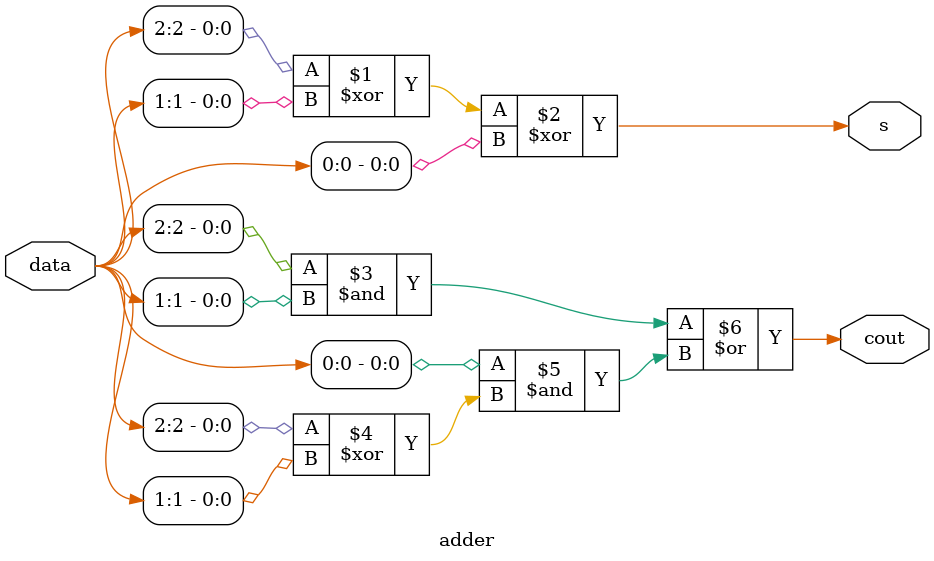
<source format=v>
module adder(
    input [2:0] data,
    output cout,
    output s
);

assign s = data[2] ^ data[1] ^ data[0];
assign cout = data[2] & data[1] | (data[0] & (data[2] ^ data[1]));

endmodule
</source>
